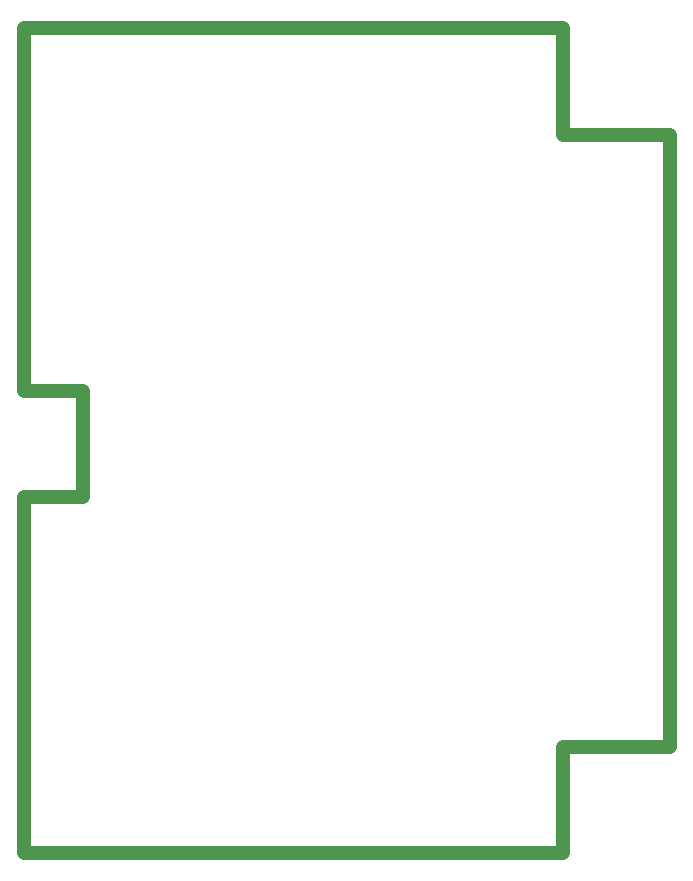
<source format=gko>
G04*
G04 #@! TF.GenerationSoftware,Altium Limited,Altium Designer,19.1.8 (144)*
G04*
G04 Layer_Color=16711935*
%FSLAX25Y25*%
%MOIN*%
G70*
G01*
G75*
%ADD33C,0.04724*%
D33*
X141339Y213090D02*
Y333858D01*
X321260D01*
Y298425D02*
Y333858D01*
Y298425D02*
X356693D01*
Y94390D02*
Y298425D01*
X321260Y94390D02*
X356693D01*
X321260Y58957D02*
Y94390D01*
X141339Y58957D02*
X321260D01*
X141339D02*
Y177657D01*
X161024D01*
Y213090D01*
X141339D02*
X161024D01*
M02*

</source>
